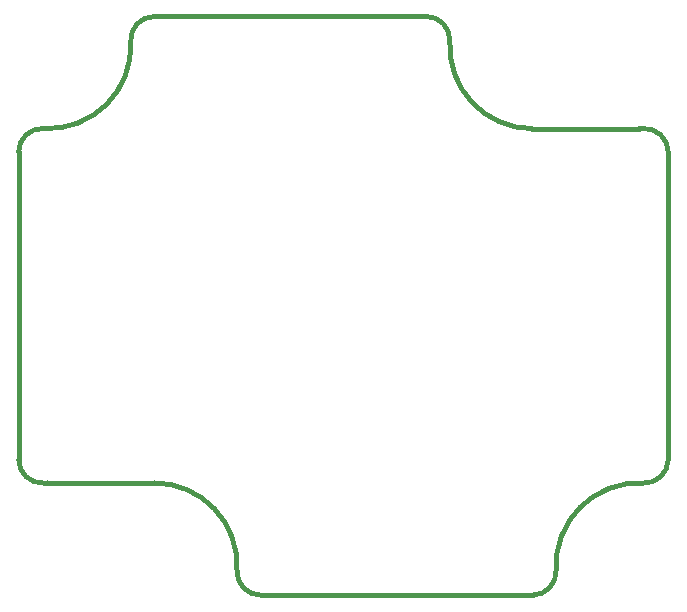
<source format=gm1>
G04*
G04 #@! TF.GenerationSoftware,Altium Limited,Altium Designer,21.3.2 (30)*
G04*
G04 Layer_Color=16711935*
%FSLAX24Y24*%
%MOIN*%
G70*
G04*
G04 #@! TF.SameCoordinates,C6C43F33-DCCB-449E-A6F8-7945281E5F6C*
G04*
G04*
G04 #@! TF.FilePolarity,Positive*
G04*
G01*
G75*
%ADD48C,0.0150*%
D48*
X22004Y5148D02*
G03*
X22835Y5934I44J786D01*
G01*
X18313Y1412D02*
G03*
X19099Y2243I0J787D01*
G01*
X22835Y16181D02*
G03*
X22004Y16967I-787J0D01*
G01*
X2166Y5152D02*
G03*
X2013Y5148I0J-2756D01*
G01*
Y16967D02*
G03*
X4918Y19872I153J2752D01*
G01*
X2013Y16967D02*
G03*
X1182Y16181I-44J-786D01*
G01*
X22004Y5148D02*
G03*
X19099Y2243I-153J-2752D01*
G01*
X8461Y2243D02*
G03*
X5709Y5152I-2752J153D01*
G01*
X1182Y5934D02*
G03*
X2013Y5148I787J0D01*
G01*
X8461Y2243D02*
G03*
X9247Y1412I786J-44D01*
G01*
X15556Y19872D02*
G03*
X18308Y16963I2752J-153D01*
G01*
X5704Y20703D02*
G03*
X4918Y19872I0J-787D01*
G01*
X15556D02*
G03*
X14770Y20703I-786J44D01*
G01*
X21851Y16963D02*
G03*
X22004Y16967I0J2756D01*
G01*
X9247Y1412D02*
X18313D01*
X18308Y16963D02*
X21851D01*
X2166Y5152D02*
X5709D01*
X5704Y20703D02*
X14770D01*
X22835Y5934D02*
Y16181D01*
X1182Y5934D02*
Y16181D01*
M02*

</source>
